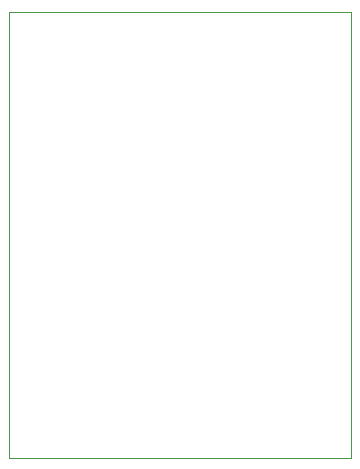
<source format=gm1>
%TF.GenerationSoftware,KiCad,Pcbnew,8.0.3-8.0.3-0~ubuntu24.04.1*%
%TF.CreationDate,2024-07-09T09:27:24+02:00*%
%TF.ProjectId,PythonBreakout,50797468-6f6e-4427-9265-616b6f75742e,rev?*%
%TF.SameCoordinates,Original*%
%TF.FileFunction,Profile,NP*%
%FSLAX46Y46*%
G04 Gerber Fmt 4.6, Leading zero omitted, Abs format (unit mm)*
G04 Created by KiCad (PCBNEW 8.0.3-8.0.3-0~ubuntu24.04.1) date 2024-07-09 09:27:24*
%MOMM*%
%LPD*%
G01*
G04 APERTURE LIST*
%TA.AperFunction,Profile*%
%ADD10C,0.050000*%
%TD*%
G04 APERTURE END LIST*
D10*
X75000000Y-52875000D02*
X104000000Y-52875000D01*
X104000000Y-90625000D01*
X75000000Y-90625000D01*
X75000000Y-52875000D01*
M02*

</source>
